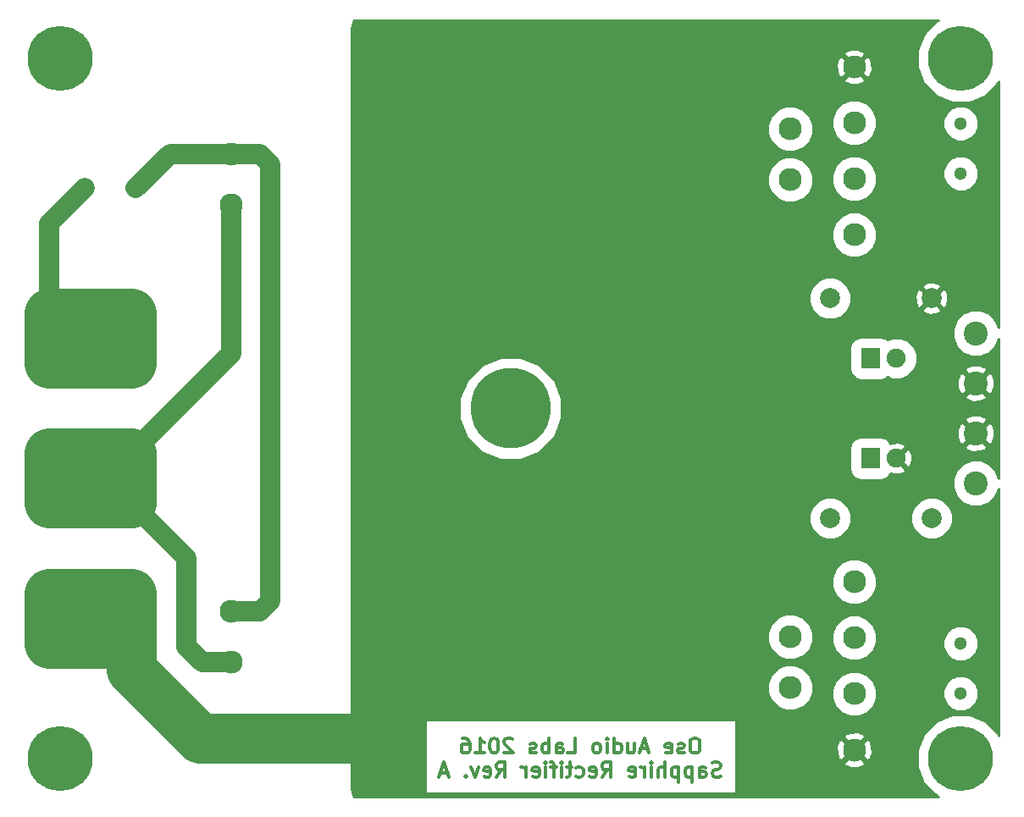
<source format=gbl>
G04 #@! TF.FileFunction,Copper,L2,Bot,Signal*
%FSLAX46Y46*%
G04 Gerber Fmt 4.6, Leading zero omitted, Abs format (unit mm)*
G04 Created by KiCad (PCBNEW 4.0.1-stable) date Saturday, March 12, 2016 'PMt' 11:13:13 PM*
%MOMM*%
G01*
G04 APERTURE LIST*
%ADD10C,0.100000*%
%ADD11C,0.300000*%
%ADD12C,8.000000*%
%ADD13C,2.300000*%
%ADD14C,2.400000*%
%ADD15C,1.800000*%
%ADD16C,1.300000*%
%ADD17C,1.998980*%
%ADD18C,6.500000*%
%ADD19C,1.900000*%
%ADD20R,1.900000X2.000000*%
%ADD21C,5.000000*%
%ADD22C,2.000000*%
%ADD23C,0.254000*%
G04 APERTURE END LIST*
D10*
D11*
X68571428Y-32978571D02*
X68285714Y-32978571D01*
X68142856Y-33050000D01*
X67999999Y-33192857D01*
X67928571Y-33478571D01*
X67928571Y-33978571D01*
X67999999Y-34264286D01*
X68142856Y-34407143D01*
X68285714Y-34478571D01*
X68571428Y-34478571D01*
X68714285Y-34407143D01*
X68857142Y-34264286D01*
X68928571Y-33978571D01*
X68928571Y-33478571D01*
X68857142Y-33192857D01*
X68714285Y-33050000D01*
X68571428Y-32978571D01*
X67357142Y-34407143D02*
X67214285Y-34478571D01*
X66928570Y-34478571D01*
X66785713Y-34407143D01*
X66714285Y-34264286D01*
X66714285Y-34192857D01*
X66785713Y-34050000D01*
X66928570Y-33978571D01*
X67142856Y-33978571D01*
X67285713Y-33907143D01*
X67357142Y-33764286D01*
X67357142Y-33692857D01*
X67285713Y-33550000D01*
X67142856Y-33478571D01*
X66928570Y-33478571D01*
X66785713Y-33550000D01*
X65499999Y-34407143D02*
X65642856Y-34478571D01*
X65928570Y-34478571D01*
X66071427Y-34407143D01*
X66142856Y-34264286D01*
X66142856Y-33692857D01*
X66071427Y-33550000D01*
X65928570Y-33478571D01*
X65642856Y-33478571D01*
X65499999Y-33550000D01*
X65428570Y-33692857D01*
X65428570Y-33835714D01*
X66142856Y-33978571D01*
X63714285Y-34050000D02*
X62999999Y-34050000D01*
X63857142Y-34478571D02*
X63357142Y-32978571D01*
X62857142Y-34478571D01*
X61714285Y-33478571D02*
X61714285Y-34478571D01*
X62357142Y-33478571D02*
X62357142Y-34264286D01*
X62285714Y-34407143D01*
X62142856Y-34478571D01*
X61928571Y-34478571D01*
X61785714Y-34407143D01*
X61714285Y-34335714D01*
X60357142Y-34478571D02*
X60357142Y-32978571D01*
X60357142Y-34407143D02*
X60499999Y-34478571D01*
X60785713Y-34478571D01*
X60928571Y-34407143D01*
X60999999Y-34335714D01*
X61071428Y-34192857D01*
X61071428Y-33764286D01*
X60999999Y-33621429D01*
X60928571Y-33550000D01*
X60785713Y-33478571D01*
X60499999Y-33478571D01*
X60357142Y-33550000D01*
X59642856Y-34478571D02*
X59642856Y-33478571D01*
X59642856Y-32978571D02*
X59714285Y-33050000D01*
X59642856Y-33121429D01*
X59571428Y-33050000D01*
X59642856Y-32978571D01*
X59642856Y-33121429D01*
X58714284Y-34478571D02*
X58857142Y-34407143D01*
X58928570Y-34335714D01*
X58999999Y-34192857D01*
X58999999Y-33764286D01*
X58928570Y-33621429D01*
X58857142Y-33550000D01*
X58714284Y-33478571D01*
X58499999Y-33478571D01*
X58357142Y-33550000D01*
X58285713Y-33621429D01*
X58214284Y-33764286D01*
X58214284Y-34192857D01*
X58285713Y-34335714D01*
X58357142Y-34407143D01*
X58499999Y-34478571D01*
X58714284Y-34478571D01*
X55714284Y-34478571D02*
X56428570Y-34478571D01*
X56428570Y-32978571D01*
X54571427Y-34478571D02*
X54571427Y-33692857D01*
X54642856Y-33550000D01*
X54785713Y-33478571D01*
X55071427Y-33478571D01*
X55214284Y-33550000D01*
X54571427Y-34407143D02*
X54714284Y-34478571D01*
X55071427Y-34478571D01*
X55214284Y-34407143D01*
X55285713Y-34264286D01*
X55285713Y-34121429D01*
X55214284Y-33978571D01*
X55071427Y-33907143D01*
X54714284Y-33907143D01*
X54571427Y-33835714D01*
X53857141Y-34478571D02*
X53857141Y-32978571D01*
X53857141Y-33550000D02*
X53714284Y-33478571D01*
X53428570Y-33478571D01*
X53285713Y-33550000D01*
X53214284Y-33621429D01*
X53142855Y-33764286D01*
X53142855Y-34192857D01*
X53214284Y-34335714D01*
X53285713Y-34407143D01*
X53428570Y-34478571D01*
X53714284Y-34478571D01*
X53857141Y-34407143D01*
X52571427Y-34407143D02*
X52428570Y-34478571D01*
X52142855Y-34478571D01*
X51999998Y-34407143D01*
X51928570Y-34264286D01*
X51928570Y-34192857D01*
X51999998Y-34050000D01*
X52142855Y-33978571D01*
X52357141Y-33978571D01*
X52499998Y-33907143D01*
X52571427Y-33764286D01*
X52571427Y-33692857D01*
X52499998Y-33550000D01*
X52357141Y-33478571D01*
X52142855Y-33478571D01*
X51999998Y-33550000D01*
X50214284Y-33121429D02*
X50142855Y-33050000D01*
X49999998Y-32978571D01*
X49642855Y-32978571D01*
X49499998Y-33050000D01*
X49428569Y-33121429D01*
X49357141Y-33264286D01*
X49357141Y-33407143D01*
X49428569Y-33621429D01*
X50285712Y-34478571D01*
X49357141Y-34478571D01*
X48428570Y-32978571D02*
X48285713Y-32978571D01*
X48142856Y-33050000D01*
X48071427Y-33121429D01*
X47999998Y-33264286D01*
X47928570Y-33550000D01*
X47928570Y-33907143D01*
X47999998Y-34192857D01*
X48071427Y-34335714D01*
X48142856Y-34407143D01*
X48285713Y-34478571D01*
X48428570Y-34478571D01*
X48571427Y-34407143D01*
X48642856Y-34335714D01*
X48714284Y-34192857D01*
X48785713Y-33907143D01*
X48785713Y-33550000D01*
X48714284Y-33264286D01*
X48642856Y-33121429D01*
X48571427Y-33050000D01*
X48428570Y-32978571D01*
X46499999Y-34478571D02*
X47357142Y-34478571D01*
X46928570Y-34478571D02*
X46928570Y-32978571D01*
X47071427Y-33192857D01*
X47214285Y-33335714D01*
X47357142Y-33407143D01*
X45214285Y-32978571D02*
X45499999Y-32978571D01*
X45642856Y-33050000D01*
X45714285Y-33121429D01*
X45857142Y-33335714D01*
X45928571Y-33621429D01*
X45928571Y-34192857D01*
X45857142Y-34335714D01*
X45785714Y-34407143D01*
X45642856Y-34478571D01*
X45357142Y-34478571D01*
X45214285Y-34407143D01*
X45142856Y-34335714D01*
X45071428Y-34192857D01*
X45071428Y-33835714D01*
X45142856Y-33692857D01*
X45214285Y-33621429D01*
X45357142Y-33550000D01*
X45642856Y-33550000D01*
X45785714Y-33621429D01*
X45857142Y-33692857D01*
X45928571Y-33835714D01*
X70999999Y-36807143D02*
X70785713Y-36878571D01*
X70428570Y-36878571D01*
X70285713Y-36807143D01*
X70214284Y-36735714D01*
X70142856Y-36592857D01*
X70142856Y-36450000D01*
X70214284Y-36307143D01*
X70285713Y-36235714D01*
X70428570Y-36164286D01*
X70714284Y-36092857D01*
X70857142Y-36021429D01*
X70928570Y-35950000D01*
X70999999Y-35807143D01*
X70999999Y-35664286D01*
X70928570Y-35521429D01*
X70857142Y-35450000D01*
X70714284Y-35378571D01*
X70357142Y-35378571D01*
X70142856Y-35450000D01*
X68857142Y-36878571D02*
X68857142Y-36092857D01*
X68928571Y-35950000D01*
X69071428Y-35878571D01*
X69357142Y-35878571D01*
X69499999Y-35950000D01*
X68857142Y-36807143D02*
X68999999Y-36878571D01*
X69357142Y-36878571D01*
X69499999Y-36807143D01*
X69571428Y-36664286D01*
X69571428Y-36521429D01*
X69499999Y-36378571D01*
X69357142Y-36307143D01*
X68999999Y-36307143D01*
X68857142Y-36235714D01*
X68142856Y-35878571D02*
X68142856Y-37378571D01*
X68142856Y-35950000D02*
X67999999Y-35878571D01*
X67714285Y-35878571D01*
X67571428Y-35950000D01*
X67499999Y-36021429D01*
X67428570Y-36164286D01*
X67428570Y-36592857D01*
X67499999Y-36735714D01*
X67571428Y-36807143D01*
X67714285Y-36878571D01*
X67999999Y-36878571D01*
X68142856Y-36807143D01*
X66785713Y-35878571D02*
X66785713Y-37378571D01*
X66785713Y-35950000D02*
X66642856Y-35878571D01*
X66357142Y-35878571D01*
X66214285Y-35950000D01*
X66142856Y-36021429D01*
X66071427Y-36164286D01*
X66071427Y-36592857D01*
X66142856Y-36735714D01*
X66214285Y-36807143D01*
X66357142Y-36878571D01*
X66642856Y-36878571D01*
X66785713Y-36807143D01*
X65428570Y-36878571D02*
X65428570Y-35378571D01*
X64785713Y-36878571D02*
X64785713Y-36092857D01*
X64857142Y-35950000D01*
X64999999Y-35878571D01*
X65214284Y-35878571D01*
X65357142Y-35950000D01*
X65428570Y-36021429D01*
X64071427Y-36878571D02*
X64071427Y-35878571D01*
X64071427Y-35378571D02*
X64142856Y-35450000D01*
X64071427Y-35521429D01*
X63999999Y-35450000D01*
X64071427Y-35378571D01*
X64071427Y-35521429D01*
X63357141Y-36878571D02*
X63357141Y-35878571D01*
X63357141Y-36164286D02*
X63285713Y-36021429D01*
X63214284Y-35950000D01*
X63071427Y-35878571D01*
X62928570Y-35878571D01*
X61857142Y-36807143D02*
X61999999Y-36878571D01*
X62285713Y-36878571D01*
X62428570Y-36807143D01*
X62499999Y-36664286D01*
X62499999Y-36092857D01*
X62428570Y-35950000D01*
X62285713Y-35878571D01*
X61999999Y-35878571D01*
X61857142Y-35950000D01*
X61785713Y-36092857D01*
X61785713Y-36235714D01*
X62499999Y-36378571D01*
X59142856Y-36878571D02*
X59642856Y-36164286D01*
X59999999Y-36878571D02*
X59999999Y-35378571D01*
X59428571Y-35378571D01*
X59285713Y-35450000D01*
X59214285Y-35521429D01*
X59142856Y-35664286D01*
X59142856Y-35878571D01*
X59214285Y-36021429D01*
X59285713Y-36092857D01*
X59428571Y-36164286D01*
X59999999Y-36164286D01*
X57928571Y-36807143D02*
X58071428Y-36878571D01*
X58357142Y-36878571D01*
X58499999Y-36807143D01*
X58571428Y-36664286D01*
X58571428Y-36092857D01*
X58499999Y-35950000D01*
X58357142Y-35878571D01*
X58071428Y-35878571D01*
X57928571Y-35950000D01*
X57857142Y-36092857D01*
X57857142Y-36235714D01*
X58571428Y-36378571D01*
X56571428Y-36807143D02*
X56714285Y-36878571D01*
X56999999Y-36878571D01*
X57142857Y-36807143D01*
X57214285Y-36735714D01*
X57285714Y-36592857D01*
X57285714Y-36164286D01*
X57214285Y-36021429D01*
X57142857Y-35950000D01*
X56999999Y-35878571D01*
X56714285Y-35878571D01*
X56571428Y-35950000D01*
X56142857Y-35878571D02*
X55571428Y-35878571D01*
X55928571Y-35378571D02*
X55928571Y-36664286D01*
X55857143Y-36807143D01*
X55714285Y-36878571D01*
X55571428Y-36878571D01*
X55071428Y-36878571D02*
X55071428Y-35878571D01*
X55071428Y-35378571D02*
X55142857Y-35450000D01*
X55071428Y-35521429D01*
X55000000Y-35450000D01*
X55071428Y-35378571D01*
X55071428Y-35521429D01*
X54571428Y-35878571D02*
X53999999Y-35878571D01*
X54357142Y-36878571D02*
X54357142Y-35592857D01*
X54285714Y-35450000D01*
X54142856Y-35378571D01*
X53999999Y-35378571D01*
X53499999Y-36878571D02*
X53499999Y-35878571D01*
X53499999Y-35378571D02*
X53571428Y-35450000D01*
X53499999Y-35521429D01*
X53428571Y-35450000D01*
X53499999Y-35378571D01*
X53499999Y-35521429D01*
X52214285Y-36807143D02*
X52357142Y-36878571D01*
X52642856Y-36878571D01*
X52785713Y-36807143D01*
X52857142Y-36664286D01*
X52857142Y-36092857D01*
X52785713Y-35950000D01*
X52642856Y-35878571D01*
X52357142Y-35878571D01*
X52214285Y-35950000D01*
X52142856Y-36092857D01*
X52142856Y-36235714D01*
X52857142Y-36378571D01*
X51499999Y-36878571D02*
X51499999Y-35878571D01*
X51499999Y-36164286D02*
X51428571Y-36021429D01*
X51357142Y-35950000D01*
X51214285Y-35878571D01*
X51071428Y-35878571D01*
X48571428Y-36878571D02*
X49071428Y-36164286D01*
X49428571Y-36878571D02*
X49428571Y-35378571D01*
X48857143Y-35378571D01*
X48714285Y-35450000D01*
X48642857Y-35521429D01*
X48571428Y-35664286D01*
X48571428Y-35878571D01*
X48642857Y-36021429D01*
X48714285Y-36092857D01*
X48857143Y-36164286D01*
X49428571Y-36164286D01*
X47357143Y-36807143D02*
X47500000Y-36878571D01*
X47785714Y-36878571D01*
X47928571Y-36807143D01*
X48000000Y-36664286D01*
X48000000Y-36092857D01*
X47928571Y-35950000D01*
X47785714Y-35878571D01*
X47500000Y-35878571D01*
X47357143Y-35950000D01*
X47285714Y-36092857D01*
X47285714Y-36235714D01*
X48000000Y-36378571D01*
X46785714Y-35878571D02*
X46428571Y-36878571D01*
X46071429Y-35878571D01*
X45500000Y-36735714D02*
X45428572Y-36807143D01*
X45500000Y-36878571D01*
X45571429Y-36807143D01*
X45500000Y-36735714D01*
X45500000Y-36878571D01*
X43714286Y-36450000D02*
X43000000Y-36450000D01*
X43857143Y-36878571D02*
X43357143Y-35378571D01*
X42857143Y-36878571D01*
D12*
X50000000Y0D03*
D13*
X22060000Y20320000D03*
X22060000Y25400000D03*
X22060000Y-20320000D03*
X22060000Y-25400000D03*
X77940000Y27940000D03*
X77940000Y22860000D03*
X77940000Y-27940000D03*
X77940000Y-22860000D03*
D14*
X96500000Y-7500000D03*
X96500000Y-2500000D03*
X96500000Y2500000D03*
X96500000Y7500000D03*
D15*
X12100000Y9500000D03*
X3900000Y9500000D03*
X12100000Y4500000D03*
X3900000Y4500000D03*
D13*
X84350000Y17350000D03*
X84350000Y22950000D03*
X84350000Y28550000D03*
X84350000Y34150000D03*
X84350000Y-34150000D03*
X84350000Y-28550000D03*
X84350000Y-22950000D03*
X84350000Y-17350000D03*
D16*
X95000000Y28500000D03*
X95000000Y23500000D03*
X95000000Y-23500000D03*
X95000000Y-28500000D03*
D15*
X12100000Y-4500000D03*
X3900000Y-4500000D03*
X12100000Y-9500000D03*
X3900000Y-9500000D03*
X12100000Y-18500000D03*
X3900000Y-18500000D03*
X12100000Y-23500000D03*
X3900000Y-23500000D03*
D17*
X92080000Y11000000D03*
X81920000Y11000000D03*
X92080000Y-11000000D03*
X81920000Y-11000000D03*
D18*
X5000000Y-35000000D03*
X95000000Y-35000000D03*
X5000000Y35000000D03*
X95000000Y35000000D03*
D19*
X7460000Y22000000D03*
X12540000Y22000000D03*
D20*
X86000000Y-5000000D03*
D19*
X88540000Y-5000000D03*
D20*
X86000000Y5000000D03*
D19*
X88540000Y5000000D03*
D21*
X18981812Y-33000000D02*
X36000000Y-33000000D01*
X12100000Y-26118188D02*
X18981812Y-33000000D01*
X12100000Y-23500000D02*
X12100000Y-26118188D01*
X3900000Y-23500000D02*
X12100000Y-23500000D01*
X3900000Y-18500000D02*
X3900000Y-23500000D01*
X12100000Y-18500000D02*
X3900000Y-18500000D01*
X12100000Y-23500000D02*
X12100000Y-18500000D01*
D22*
X12000000Y-23500000D02*
X12100000Y-23500000D01*
X12100000Y-23400000D02*
X12000000Y-23500000D01*
X3900000Y9500000D02*
X3900000Y18440000D01*
X3900000Y18440000D02*
X7460000Y22000000D01*
D21*
X3900000Y4500000D02*
X3900000Y9500000D01*
X12100000Y4500000D02*
X3900000Y4500000D01*
X12100000Y9500000D02*
X12100000Y4500000D01*
X3900000Y9500000D02*
X12100000Y9500000D01*
D22*
X22060000Y-20320000D02*
X24960000Y-20320000D01*
X24960000Y-20320000D02*
X25960001Y-19319999D01*
X25960001Y-19319999D02*
X25960001Y24399999D01*
X25960001Y24399999D02*
X24960000Y25400000D01*
X24960000Y25400000D02*
X22060000Y25400000D01*
X22060000Y25400000D02*
X15940000Y25400000D01*
X15940000Y25400000D02*
X12540000Y22000000D01*
X22060000Y-25400000D02*
X19160000Y-25400000D01*
X19160000Y-25400000D02*
X17600010Y-23840010D01*
X17600010Y-23840010D02*
X17600010Y-15000010D01*
X17600010Y-15000010D02*
X12999999Y-10399999D01*
X12999999Y-10399999D02*
X12100000Y-9500000D01*
X22060000Y20320000D02*
X22060000Y5460000D01*
X22060000Y5460000D02*
X12100000Y-4500000D01*
D21*
X3900000Y-9500000D02*
X3900000Y-4500000D01*
X12100000Y-9500000D02*
X3900000Y-9500000D01*
X12100000Y-4500000D02*
X12100000Y-9500000D01*
X3900000Y-4500000D02*
X12100000Y-4500000D01*
D23*
G36*
X92523868Y38712803D02*
X91291524Y37482608D01*
X90623762Y35874459D01*
X90622242Y34133181D01*
X91287197Y32523868D01*
X92517392Y31291524D01*
X94125541Y30623762D01*
X95866819Y30622242D01*
X97476132Y31287197D01*
X98708476Y32517392D01*
X98798000Y32732990D01*
X98798000Y8031999D01*
X98473885Y8816418D01*
X97819861Y9471585D01*
X96964900Y9826596D01*
X96039162Y9827403D01*
X95183582Y9473885D01*
X94528415Y8819861D01*
X94173404Y7964900D01*
X94172597Y7039162D01*
X94526115Y6183582D01*
X95180139Y5528415D01*
X96035100Y5173404D01*
X96960838Y5172597D01*
X97816418Y5526115D01*
X98471585Y6180139D01*
X98798000Y6966233D01*
X98798000Y-6968001D01*
X98473885Y-6183582D01*
X97819861Y-5528415D01*
X96964900Y-5173404D01*
X96039162Y-5172597D01*
X95183582Y-5526115D01*
X94528415Y-6180139D01*
X94173404Y-7035100D01*
X94172597Y-7960838D01*
X94526115Y-8816418D01*
X95180139Y-9471585D01*
X96035100Y-9826596D01*
X96960838Y-9827403D01*
X97816418Y-9473885D01*
X98471585Y-8819861D01*
X98798000Y-8033767D01*
X98798000Y-32730060D01*
X98712803Y-32523868D01*
X97482608Y-31291524D01*
X95874459Y-30623762D01*
X94133181Y-30622242D01*
X92523868Y-31287197D01*
X91291524Y-32517392D01*
X90623762Y-34125541D01*
X90622242Y-35866819D01*
X91287197Y-37476132D01*
X92517392Y-38708476D01*
X92732990Y-38798000D01*
X34326788Y-38798000D01*
X34271873Y-38715814D01*
X34127000Y-37987491D01*
X34127000Y-31173000D01*
X41437287Y-31173000D01*
X41437287Y-38527000D01*
X72562714Y-38527000D01*
X72562714Y-35411025D01*
X83268581Y-35411025D01*
X83385601Y-35693446D01*
X84049663Y-35945018D01*
X84759448Y-35923314D01*
X85314399Y-35693446D01*
X85431419Y-35411025D01*
X84350000Y-34329605D01*
X83268581Y-35411025D01*
X72562714Y-35411025D01*
X72562714Y-33849663D01*
X82554982Y-33849663D01*
X82576686Y-34559448D01*
X82806554Y-35114399D01*
X83088975Y-35231419D01*
X84170395Y-34150000D01*
X84529605Y-34150000D01*
X85611025Y-35231419D01*
X85893446Y-35114399D01*
X86145018Y-34450337D01*
X86123314Y-33740552D01*
X85893446Y-33185601D01*
X85611025Y-33068581D01*
X84529605Y-34150000D01*
X84170395Y-34150000D01*
X83088975Y-33068581D01*
X82806554Y-33185601D01*
X82554982Y-33849663D01*
X72562714Y-33849663D01*
X72562714Y-32888975D01*
X83268581Y-32888975D01*
X84350000Y-33970395D01*
X85431419Y-32888975D01*
X85314399Y-32606554D01*
X84650337Y-32354982D01*
X83940552Y-32376686D01*
X83385601Y-32606554D01*
X83268581Y-32888975D01*
X72562714Y-32888975D01*
X72562714Y-31173000D01*
X41437287Y-31173000D01*
X34127000Y-31173000D01*
X34127000Y-28390936D01*
X75662606Y-28390936D01*
X76008528Y-29228132D01*
X76648499Y-29869221D01*
X77485090Y-30216604D01*
X78390936Y-30217394D01*
X79228132Y-29871472D01*
X79869221Y-29231501D01*
X79964959Y-29000936D01*
X82072606Y-29000936D01*
X82418528Y-29838132D01*
X83058499Y-30479221D01*
X83895090Y-30826604D01*
X84800936Y-30827394D01*
X85638132Y-30481472D01*
X86279221Y-29841501D01*
X86626604Y-29004910D01*
X86626737Y-28851916D01*
X93222693Y-28851916D01*
X93492655Y-29505274D01*
X93992096Y-30005588D01*
X94644982Y-30276690D01*
X95351916Y-30277307D01*
X96005274Y-30007345D01*
X96505588Y-29507904D01*
X96776690Y-28855018D01*
X96777307Y-28148084D01*
X96507345Y-27494726D01*
X96007904Y-26994412D01*
X95355018Y-26723310D01*
X94648084Y-26722693D01*
X93994726Y-26992655D01*
X93494412Y-27492096D01*
X93223310Y-28144982D01*
X93222693Y-28851916D01*
X86626737Y-28851916D01*
X86627394Y-28099064D01*
X86281472Y-27261868D01*
X85641501Y-26620779D01*
X84804910Y-26273396D01*
X83899064Y-26272606D01*
X83061868Y-26618528D01*
X82420779Y-27258499D01*
X82073396Y-28095090D01*
X82072606Y-29000936D01*
X79964959Y-29000936D01*
X80216604Y-28394910D01*
X80217394Y-27489064D01*
X79871472Y-26651868D01*
X79231501Y-26010779D01*
X78394910Y-25663396D01*
X77489064Y-25662606D01*
X76651868Y-26008528D01*
X76010779Y-26648499D01*
X75663396Y-27485090D01*
X75662606Y-28390936D01*
X34127000Y-28390936D01*
X34127000Y-23310936D01*
X75662606Y-23310936D01*
X76008528Y-24148132D01*
X76648499Y-24789221D01*
X77485090Y-25136604D01*
X78390936Y-25137394D01*
X79228132Y-24791472D01*
X79869221Y-24151501D01*
X80180882Y-23400936D01*
X82072606Y-23400936D01*
X82418528Y-24238132D01*
X83058499Y-24879221D01*
X83895090Y-25226604D01*
X84800936Y-25227394D01*
X85638132Y-24881472D01*
X86279221Y-24241501D01*
X86440990Y-23851916D01*
X93222693Y-23851916D01*
X93492655Y-24505274D01*
X93992096Y-25005588D01*
X94644982Y-25276690D01*
X95351916Y-25277307D01*
X96005274Y-25007345D01*
X96505588Y-24507904D01*
X96776690Y-23855018D01*
X96777307Y-23148084D01*
X96507345Y-22494726D01*
X96007904Y-21994412D01*
X95355018Y-21723310D01*
X94648084Y-21722693D01*
X93994726Y-21992655D01*
X93494412Y-22492096D01*
X93223310Y-23144982D01*
X93222693Y-23851916D01*
X86440990Y-23851916D01*
X86626604Y-23404910D01*
X86627394Y-22499064D01*
X86281472Y-21661868D01*
X85641501Y-21020779D01*
X84804910Y-20673396D01*
X83899064Y-20672606D01*
X83061868Y-21018528D01*
X82420779Y-21658499D01*
X82073396Y-22495090D01*
X82072606Y-23400936D01*
X80180882Y-23400936D01*
X80216604Y-23314910D01*
X80217394Y-22409064D01*
X79871472Y-21571868D01*
X79231501Y-20930779D01*
X78394910Y-20583396D01*
X77489064Y-20582606D01*
X76651868Y-20928528D01*
X76010779Y-21568499D01*
X75663396Y-22405090D01*
X75662606Y-23310936D01*
X34127000Y-23310936D01*
X34127000Y-17800936D01*
X82072606Y-17800936D01*
X82418528Y-18638132D01*
X83058499Y-19279221D01*
X83895090Y-19626604D01*
X84800936Y-19627394D01*
X85638132Y-19281472D01*
X86279221Y-18641501D01*
X86626604Y-17804910D01*
X86627394Y-16899064D01*
X86281472Y-16061868D01*
X85641501Y-15420779D01*
X84804910Y-15073396D01*
X83899064Y-15072606D01*
X83061868Y-15418528D01*
X82420779Y-16058499D01*
X82073396Y-16895090D01*
X82072606Y-17800936D01*
X34127000Y-17800936D01*
X34127000Y-11421129D01*
X79793142Y-11421129D01*
X80116199Y-12202986D01*
X80713868Y-12801699D01*
X81495159Y-13126120D01*
X82341129Y-13126858D01*
X83122986Y-12803801D01*
X83721699Y-12206132D01*
X84046120Y-11424841D01*
X84046123Y-11421129D01*
X89953142Y-11421129D01*
X90276199Y-12202986D01*
X90873868Y-12801699D01*
X91655159Y-13126120D01*
X92501129Y-13126858D01*
X93282986Y-12803801D01*
X93881699Y-12206132D01*
X94206120Y-11424841D01*
X94206858Y-10578871D01*
X93883801Y-9797014D01*
X93286132Y-9198301D01*
X92504841Y-8873880D01*
X91658871Y-8873142D01*
X90877014Y-9196199D01*
X90278301Y-9793868D01*
X89953880Y-10575159D01*
X89953142Y-11421129D01*
X84046123Y-11421129D01*
X84046858Y-10578871D01*
X83723801Y-9797014D01*
X83126132Y-9198301D01*
X82344841Y-8873880D01*
X81498871Y-8873142D01*
X80717014Y-9196199D01*
X80118301Y-9793868D01*
X79793880Y-10575159D01*
X79793142Y-11421129D01*
X34127000Y-11421129D01*
X34127000Y-1015349D01*
X44872112Y-1015349D01*
X45651006Y-2900418D01*
X47091996Y-4343925D01*
X48975703Y-5126108D01*
X51015349Y-5127888D01*
X52900418Y-4348994D01*
X53250021Y-4000000D01*
X83900921Y-4000000D01*
X83900921Y-6000000D01*
X83979506Y-6417641D01*
X84226331Y-6801219D01*
X84602944Y-7058548D01*
X85050000Y-7149079D01*
X86950000Y-7149079D01*
X87367641Y-7070494D01*
X87751219Y-6823669D01*
X87983280Y-6484037D01*
X88287398Y-6596188D01*
X88917461Y-6571352D01*
X89384208Y-6378019D01*
X89476745Y-6116350D01*
X88540000Y-5179605D01*
X88525858Y-5193748D01*
X88346253Y-5014143D01*
X88360395Y-5000000D01*
X88719605Y-5000000D01*
X89656350Y-5936745D01*
X89918019Y-5844208D01*
X90136188Y-5252602D01*
X90111352Y-4622539D01*
X89918019Y-4155792D01*
X89656350Y-4063255D01*
X88719605Y-5000000D01*
X88360395Y-5000000D01*
X88346253Y-4985858D01*
X88525858Y-4806253D01*
X88540000Y-4820395D01*
X89476745Y-3883650D01*
X89446164Y-3797175D01*
X95382430Y-3797175D01*
X95505565Y-4084788D01*
X96187734Y-4344707D01*
X96917443Y-4323786D01*
X97494435Y-4084788D01*
X97617570Y-3797175D01*
X96500000Y-2679605D01*
X95382430Y-3797175D01*
X89446164Y-3797175D01*
X89384208Y-3621981D01*
X88792602Y-3403812D01*
X88162539Y-3428648D01*
X87972292Y-3507451D01*
X87773669Y-3198781D01*
X87397056Y-2941452D01*
X86950000Y-2850921D01*
X85050000Y-2850921D01*
X84632359Y-2929506D01*
X84248781Y-3176331D01*
X83991452Y-3552944D01*
X83900921Y-4000000D01*
X53250021Y-4000000D01*
X54343925Y-2908004D01*
X54643007Y-2187734D01*
X94655293Y-2187734D01*
X94676214Y-2917443D01*
X94915212Y-3494435D01*
X95202825Y-3617570D01*
X96320395Y-2500000D01*
X96679605Y-2500000D01*
X97797175Y-3617570D01*
X98084788Y-3494435D01*
X98344707Y-2812266D01*
X98323786Y-2082557D01*
X98084788Y-1505565D01*
X97797175Y-1382430D01*
X96679605Y-2500000D01*
X96320395Y-2500000D01*
X95202825Y-1382430D01*
X94915212Y-1505565D01*
X94655293Y-2187734D01*
X54643007Y-2187734D01*
X55051976Y-1202825D01*
X95382430Y-1202825D01*
X96500000Y-2320395D01*
X97617570Y-1202825D01*
X97494435Y-915212D01*
X96812266Y-655293D01*
X96082557Y-676214D01*
X95505565Y-915212D01*
X95382430Y-1202825D01*
X55051976Y-1202825D01*
X55126108Y-1024297D01*
X55127888Y1015349D01*
X55050425Y1202825D01*
X95382430Y1202825D01*
X95505565Y915212D01*
X96187734Y655293D01*
X96917443Y676214D01*
X97494435Y915212D01*
X97617570Y1202825D01*
X96500000Y2320395D01*
X95382430Y1202825D01*
X55050425Y1202825D01*
X54385418Y2812266D01*
X94655293Y2812266D01*
X94676214Y2082557D01*
X94915212Y1505565D01*
X95202825Y1382430D01*
X96320395Y2500000D01*
X96679605Y2500000D01*
X97797175Y1382430D01*
X98084788Y1505565D01*
X98344707Y2187734D01*
X98323786Y2917443D01*
X98084788Y3494435D01*
X97797175Y3617570D01*
X96679605Y2500000D01*
X96320395Y2500000D01*
X95202825Y3617570D01*
X94915212Y3494435D01*
X94655293Y2812266D01*
X54385418Y2812266D01*
X54348994Y2900418D01*
X52908004Y4343925D01*
X51024297Y5126108D01*
X48984651Y5127888D01*
X47099582Y4348994D01*
X45656075Y2908004D01*
X44873892Y1024297D01*
X44872112Y-1015349D01*
X34127000Y-1015349D01*
X34127000Y6000000D01*
X83900921Y6000000D01*
X83900921Y4000000D01*
X83979506Y3582359D01*
X84226331Y3198781D01*
X84602944Y2941452D01*
X85050000Y2850921D01*
X86950000Y2850921D01*
X87367641Y2929506D01*
X87658897Y3116924D01*
X88125047Y2923361D01*
X88951328Y2922640D01*
X89714989Y3238178D01*
X90274961Y3797175D01*
X95382430Y3797175D01*
X96500000Y2679605D01*
X97617570Y3797175D01*
X97494435Y4084788D01*
X96812266Y4344707D01*
X96082557Y4323786D01*
X95505565Y4084788D01*
X95382430Y3797175D01*
X90274961Y3797175D01*
X90299768Y3821938D01*
X90616639Y4585047D01*
X90617360Y5411328D01*
X90301822Y6174989D01*
X89718062Y6759768D01*
X88954953Y7076639D01*
X88128672Y7077360D01*
X87655601Y6881891D01*
X87397056Y7058548D01*
X86950000Y7149079D01*
X85050000Y7149079D01*
X84632359Y7070494D01*
X84248781Y6823669D01*
X83991452Y6447056D01*
X83900921Y6000000D01*
X34127000Y6000000D01*
X34127000Y10578871D01*
X79793142Y10578871D01*
X80116199Y9797014D01*
X80713868Y9198301D01*
X81495159Y8873880D01*
X82341129Y8873142D01*
X83122986Y9196199D01*
X83721699Y9793868D01*
X83744108Y9847837D01*
X91107443Y9847837D01*
X91206042Y9581035D01*
X91815582Y9354599D01*
X92465377Y9378659D01*
X92953958Y9581035D01*
X93052557Y9847837D01*
X92080000Y10820395D01*
X91107443Y9847837D01*
X83744108Y9847837D01*
X84046120Y10575159D01*
X84046721Y11264418D01*
X90434599Y11264418D01*
X90458659Y10614623D01*
X90661035Y10126042D01*
X90927837Y10027443D01*
X91900395Y11000000D01*
X92259605Y11000000D01*
X93232163Y10027443D01*
X93498965Y10126042D01*
X93725401Y10735582D01*
X93701341Y11385377D01*
X93498965Y11873958D01*
X93232163Y11972557D01*
X92259605Y11000000D01*
X91900395Y11000000D01*
X90927837Y11972557D01*
X90661035Y11873958D01*
X90434599Y11264418D01*
X84046721Y11264418D01*
X84046858Y11421129D01*
X83744801Y12152163D01*
X91107443Y12152163D01*
X92080000Y11179605D01*
X93052557Y12152163D01*
X92953958Y12418965D01*
X92344418Y12645401D01*
X91694623Y12621341D01*
X91206042Y12418965D01*
X91107443Y12152163D01*
X83744801Y12152163D01*
X83723801Y12202986D01*
X83126132Y12801699D01*
X82344841Y13126120D01*
X81498871Y13126858D01*
X80717014Y12803801D01*
X80118301Y12206132D01*
X79793880Y11424841D01*
X79793142Y10578871D01*
X34127000Y10578871D01*
X34127000Y16899064D01*
X82072606Y16899064D01*
X82418528Y16061868D01*
X83058499Y15420779D01*
X83895090Y15073396D01*
X84800936Y15072606D01*
X85638132Y15418528D01*
X86279221Y16058499D01*
X86626604Y16895090D01*
X86627394Y17800936D01*
X86281472Y18638132D01*
X85641501Y19279221D01*
X84804910Y19626604D01*
X83899064Y19627394D01*
X83061868Y19281472D01*
X82420779Y18641501D01*
X82073396Y17804910D01*
X82072606Y16899064D01*
X34127000Y16899064D01*
X34127000Y22409064D01*
X75662606Y22409064D01*
X76008528Y21571868D01*
X76648499Y20930779D01*
X77485090Y20583396D01*
X78390936Y20582606D01*
X79228132Y20928528D01*
X79869221Y21568499D01*
X80216604Y22405090D01*
X80216685Y22499064D01*
X82072606Y22499064D01*
X82418528Y21661868D01*
X83058499Y21020779D01*
X83895090Y20673396D01*
X84800936Y20672606D01*
X85638132Y21018528D01*
X86279221Y21658499D01*
X86626604Y22495090D01*
X86627173Y23148084D01*
X93222693Y23148084D01*
X93492655Y22494726D01*
X93992096Y21994412D01*
X94644982Y21723310D01*
X95351916Y21722693D01*
X96005274Y21992655D01*
X96505588Y22492096D01*
X96776690Y23144982D01*
X96777307Y23851916D01*
X96507345Y24505274D01*
X96007904Y25005588D01*
X95355018Y25276690D01*
X94648084Y25277307D01*
X93994726Y25007345D01*
X93494412Y24507904D01*
X93223310Y23855018D01*
X93222693Y23148084D01*
X86627173Y23148084D01*
X86627394Y23400936D01*
X86281472Y24238132D01*
X85641501Y24879221D01*
X84804910Y25226604D01*
X83899064Y25227394D01*
X83061868Y24881472D01*
X82420779Y24241501D01*
X82073396Y23404910D01*
X82072606Y22499064D01*
X80216685Y22499064D01*
X80217394Y23310936D01*
X79871472Y24148132D01*
X79231501Y24789221D01*
X78394910Y25136604D01*
X77489064Y25137394D01*
X76651868Y24791472D01*
X76010779Y24151501D01*
X75663396Y23314910D01*
X75662606Y22409064D01*
X34127000Y22409064D01*
X34127000Y27489064D01*
X75662606Y27489064D01*
X76008528Y26651868D01*
X76648499Y26010779D01*
X77485090Y25663396D01*
X78390936Y25662606D01*
X79228132Y26008528D01*
X79869221Y26648499D01*
X80216604Y27485090D01*
X80217139Y28099064D01*
X82072606Y28099064D01*
X82418528Y27261868D01*
X83058499Y26620779D01*
X83895090Y26273396D01*
X84800936Y26272606D01*
X85638132Y26618528D01*
X86279221Y27258499D01*
X86626604Y28095090D01*
X86626650Y28148084D01*
X93222693Y28148084D01*
X93492655Y27494726D01*
X93992096Y26994412D01*
X94644982Y26723310D01*
X95351916Y26722693D01*
X96005274Y26992655D01*
X96505588Y27492096D01*
X96776690Y28144982D01*
X96777307Y28851916D01*
X96507345Y29505274D01*
X96007904Y30005588D01*
X95355018Y30276690D01*
X94648084Y30277307D01*
X93994726Y30007345D01*
X93494412Y29507904D01*
X93223310Y28855018D01*
X93222693Y28148084D01*
X86626650Y28148084D01*
X86627394Y29000936D01*
X86281472Y29838132D01*
X85641501Y30479221D01*
X84804910Y30826604D01*
X83899064Y30827394D01*
X83061868Y30481472D01*
X82420779Y29841501D01*
X82073396Y29004910D01*
X82072606Y28099064D01*
X80217139Y28099064D01*
X80217394Y28390936D01*
X79871472Y29228132D01*
X79231501Y29869221D01*
X78394910Y30216604D01*
X77489064Y30217394D01*
X76651868Y29871472D01*
X76010779Y29231501D01*
X75663396Y28394910D01*
X75662606Y27489064D01*
X34127000Y27489064D01*
X34127000Y32888975D01*
X83268581Y32888975D01*
X83385601Y32606554D01*
X84049663Y32354982D01*
X84759448Y32376686D01*
X85314399Y32606554D01*
X85431419Y32888975D01*
X84350000Y33970395D01*
X83268581Y32888975D01*
X34127000Y32888975D01*
X34127000Y34450337D01*
X82554982Y34450337D01*
X82576686Y33740552D01*
X82806554Y33185601D01*
X83088975Y33068581D01*
X84170395Y34150000D01*
X84529605Y34150000D01*
X85611025Y33068581D01*
X85893446Y33185601D01*
X86145018Y33849663D01*
X86123314Y34559448D01*
X85893446Y35114399D01*
X85611025Y35231419D01*
X84529605Y34150000D01*
X84170395Y34150000D01*
X83088975Y35231419D01*
X82806554Y35114399D01*
X82554982Y34450337D01*
X34127000Y34450337D01*
X34127000Y35411025D01*
X83268581Y35411025D01*
X84350000Y34329605D01*
X85431419Y35411025D01*
X85314399Y35693446D01*
X84650337Y35945018D01*
X83940552Y35923314D01*
X83385601Y35693446D01*
X83268581Y35411025D01*
X34127000Y35411025D01*
X34127000Y37987491D01*
X34271873Y38715814D01*
X34326788Y38798000D01*
X92730060Y38798000D01*
X92523868Y38712803D01*
X92523868Y38712803D01*
G37*
X92523868Y38712803D02*
X91291524Y37482608D01*
X90623762Y35874459D01*
X90622242Y34133181D01*
X91287197Y32523868D01*
X92517392Y31291524D01*
X94125541Y30623762D01*
X95866819Y30622242D01*
X97476132Y31287197D01*
X98708476Y32517392D01*
X98798000Y32732990D01*
X98798000Y8031999D01*
X98473885Y8816418D01*
X97819861Y9471585D01*
X96964900Y9826596D01*
X96039162Y9827403D01*
X95183582Y9473885D01*
X94528415Y8819861D01*
X94173404Y7964900D01*
X94172597Y7039162D01*
X94526115Y6183582D01*
X95180139Y5528415D01*
X96035100Y5173404D01*
X96960838Y5172597D01*
X97816418Y5526115D01*
X98471585Y6180139D01*
X98798000Y6966233D01*
X98798000Y-6968001D01*
X98473885Y-6183582D01*
X97819861Y-5528415D01*
X96964900Y-5173404D01*
X96039162Y-5172597D01*
X95183582Y-5526115D01*
X94528415Y-6180139D01*
X94173404Y-7035100D01*
X94172597Y-7960838D01*
X94526115Y-8816418D01*
X95180139Y-9471585D01*
X96035100Y-9826596D01*
X96960838Y-9827403D01*
X97816418Y-9473885D01*
X98471585Y-8819861D01*
X98798000Y-8033767D01*
X98798000Y-32730060D01*
X98712803Y-32523868D01*
X97482608Y-31291524D01*
X95874459Y-30623762D01*
X94133181Y-30622242D01*
X92523868Y-31287197D01*
X91291524Y-32517392D01*
X90623762Y-34125541D01*
X90622242Y-35866819D01*
X91287197Y-37476132D01*
X92517392Y-38708476D01*
X92732990Y-38798000D01*
X34326788Y-38798000D01*
X34271873Y-38715814D01*
X34127000Y-37987491D01*
X34127000Y-31173000D01*
X41437287Y-31173000D01*
X41437287Y-38527000D01*
X72562714Y-38527000D01*
X72562714Y-35411025D01*
X83268581Y-35411025D01*
X83385601Y-35693446D01*
X84049663Y-35945018D01*
X84759448Y-35923314D01*
X85314399Y-35693446D01*
X85431419Y-35411025D01*
X84350000Y-34329605D01*
X83268581Y-35411025D01*
X72562714Y-35411025D01*
X72562714Y-33849663D01*
X82554982Y-33849663D01*
X82576686Y-34559448D01*
X82806554Y-35114399D01*
X83088975Y-35231419D01*
X84170395Y-34150000D01*
X84529605Y-34150000D01*
X85611025Y-35231419D01*
X85893446Y-35114399D01*
X86145018Y-34450337D01*
X86123314Y-33740552D01*
X85893446Y-33185601D01*
X85611025Y-33068581D01*
X84529605Y-34150000D01*
X84170395Y-34150000D01*
X83088975Y-33068581D01*
X82806554Y-33185601D01*
X82554982Y-33849663D01*
X72562714Y-33849663D01*
X72562714Y-32888975D01*
X83268581Y-32888975D01*
X84350000Y-33970395D01*
X85431419Y-32888975D01*
X85314399Y-32606554D01*
X84650337Y-32354982D01*
X83940552Y-32376686D01*
X83385601Y-32606554D01*
X83268581Y-32888975D01*
X72562714Y-32888975D01*
X72562714Y-31173000D01*
X41437287Y-31173000D01*
X34127000Y-31173000D01*
X34127000Y-28390936D01*
X75662606Y-28390936D01*
X76008528Y-29228132D01*
X76648499Y-29869221D01*
X77485090Y-30216604D01*
X78390936Y-30217394D01*
X79228132Y-29871472D01*
X79869221Y-29231501D01*
X79964959Y-29000936D01*
X82072606Y-29000936D01*
X82418528Y-29838132D01*
X83058499Y-30479221D01*
X83895090Y-30826604D01*
X84800936Y-30827394D01*
X85638132Y-30481472D01*
X86279221Y-29841501D01*
X86626604Y-29004910D01*
X86626737Y-28851916D01*
X93222693Y-28851916D01*
X93492655Y-29505274D01*
X93992096Y-30005588D01*
X94644982Y-30276690D01*
X95351916Y-30277307D01*
X96005274Y-30007345D01*
X96505588Y-29507904D01*
X96776690Y-28855018D01*
X96777307Y-28148084D01*
X96507345Y-27494726D01*
X96007904Y-26994412D01*
X95355018Y-26723310D01*
X94648084Y-26722693D01*
X93994726Y-26992655D01*
X93494412Y-27492096D01*
X93223310Y-28144982D01*
X93222693Y-28851916D01*
X86626737Y-28851916D01*
X86627394Y-28099064D01*
X86281472Y-27261868D01*
X85641501Y-26620779D01*
X84804910Y-26273396D01*
X83899064Y-26272606D01*
X83061868Y-26618528D01*
X82420779Y-27258499D01*
X82073396Y-28095090D01*
X82072606Y-29000936D01*
X79964959Y-29000936D01*
X80216604Y-28394910D01*
X80217394Y-27489064D01*
X79871472Y-26651868D01*
X79231501Y-26010779D01*
X78394910Y-25663396D01*
X77489064Y-25662606D01*
X76651868Y-26008528D01*
X76010779Y-26648499D01*
X75663396Y-27485090D01*
X75662606Y-28390936D01*
X34127000Y-28390936D01*
X34127000Y-23310936D01*
X75662606Y-23310936D01*
X76008528Y-24148132D01*
X76648499Y-24789221D01*
X77485090Y-25136604D01*
X78390936Y-25137394D01*
X79228132Y-24791472D01*
X79869221Y-24151501D01*
X80180882Y-23400936D01*
X82072606Y-23400936D01*
X82418528Y-24238132D01*
X83058499Y-24879221D01*
X83895090Y-25226604D01*
X84800936Y-25227394D01*
X85638132Y-24881472D01*
X86279221Y-24241501D01*
X86440990Y-23851916D01*
X93222693Y-23851916D01*
X93492655Y-24505274D01*
X93992096Y-25005588D01*
X94644982Y-25276690D01*
X95351916Y-25277307D01*
X96005274Y-25007345D01*
X96505588Y-24507904D01*
X96776690Y-23855018D01*
X96777307Y-23148084D01*
X96507345Y-22494726D01*
X96007904Y-21994412D01*
X95355018Y-21723310D01*
X94648084Y-21722693D01*
X93994726Y-21992655D01*
X93494412Y-22492096D01*
X93223310Y-23144982D01*
X93222693Y-23851916D01*
X86440990Y-23851916D01*
X86626604Y-23404910D01*
X86627394Y-22499064D01*
X86281472Y-21661868D01*
X85641501Y-21020779D01*
X84804910Y-20673396D01*
X83899064Y-20672606D01*
X83061868Y-21018528D01*
X82420779Y-21658499D01*
X82073396Y-22495090D01*
X82072606Y-23400936D01*
X80180882Y-23400936D01*
X80216604Y-23314910D01*
X80217394Y-22409064D01*
X79871472Y-21571868D01*
X79231501Y-20930779D01*
X78394910Y-20583396D01*
X77489064Y-20582606D01*
X76651868Y-20928528D01*
X76010779Y-21568499D01*
X75663396Y-22405090D01*
X75662606Y-23310936D01*
X34127000Y-23310936D01*
X34127000Y-17800936D01*
X82072606Y-17800936D01*
X82418528Y-18638132D01*
X83058499Y-19279221D01*
X83895090Y-19626604D01*
X84800936Y-19627394D01*
X85638132Y-19281472D01*
X86279221Y-18641501D01*
X86626604Y-17804910D01*
X86627394Y-16899064D01*
X86281472Y-16061868D01*
X85641501Y-15420779D01*
X84804910Y-15073396D01*
X83899064Y-15072606D01*
X83061868Y-15418528D01*
X82420779Y-16058499D01*
X82073396Y-16895090D01*
X82072606Y-17800936D01*
X34127000Y-17800936D01*
X34127000Y-11421129D01*
X79793142Y-11421129D01*
X80116199Y-12202986D01*
X80713868Y-12801699D01*
X81495159Y-13126120D01*
X82341129Y-13126858D01*
X83122986Y-12803801D01*
X83721699Y-12206132D01*
X84046120Y-11424841D01*
X84046123Y-11421129D01*
X89953142Y-11421129D01*
X90276199Y-12202986D01*
X90873868Y-12801699D01*
X91655159Y-13126120D01*
X92501129Y-13126858D01*
X93282986Y-12803801D01*
X93881699Y-12206132D01*
X94206120Y-11424841D01*
X94206858Y-10578871D01*
X93883801Y-9797014D01*
X93286132Y-9198301D01*
X92504841Y-8873880D01*
X91658871Y-8873142D01*
X90877014Y-9196199D01*
X90278301Y-9793868D01*
X89953880Y-10575159D01*
X89953142Y-11421129D01*
X84046123Y-11421129D01*
X84046858Y-10578871D01*
X83723801Y-9797014D01*
X83126132Y-9198301D01*
X82344841Y-8873880D01*
X81498871Y-8873142D01*
X80717014Y-9196199D01*
X80118301Y-9793868D01*
X79793880Y-10575159D01*
X79793142Y-11421129D01*
X34127000Y-11421129D01*
X34127000Y-1015349D01*
X44872112Y-1015349D01*
X45651006Y-2900418D01*
X47091996Y-4343925D01*
X48975703Y-5126108D01*
X51015349Y-5127888D01*
X52900418Y-4348994D01*
X53250021Y-4000000D01*
X83900921Y-4000000D01*
X83900921Y-6000000D01*
X83979506Y-6417641D01*
X84226331Y-6801219D01*
X84602944Y-7058548D01*
X85050000Y-7149079D01*
X86950000Y-7149079D01*
X87367641Y-7070494D01*
X87751219Y-6823669D01*
X87983280Y-6484037D01*
X88287398Y-6596188D01*
X88917461Y-6571352D01*
X89384208Y-6378019D01*
X89476745Y-6116350D01*
X88540000Y-5179605D01*
X88525858Y-5193748D01*
X88346253Y-5014143D01*
X88360395Y-5000000D01*
X88719605Y-5000000D01*
X89656350Y-5936745D01*
X89918019Y-5844208D01*
X90136188Y-5252602D01*
X90111352Y-4622539D01*
X89918019Y-4155792D01*
X89656350Y-4063255D01*
X88719605Y-5000000D01*
X88360395Y-5000000D01*
X88346253Y-4985858D01*
X88525858Y-4806253D01*
X88540000Y-4820395D01*
X89476745Y-3883650D01*
X89446164Y-3797175D01*
X95382430Y-3797175D01*
X95505565Y-4084788D01*
X96187734Y-4344707D01*
X96917443Y-4323786D01*
X97494435Y-4084788D01*
X97617570Y-3797175D01*
X96500000Y-2679605D01*
X95382430Y-3797175D01*
X89446164Y-3797175D01*
X89384208Y-3621981D01*
X88792602Y-3403812D01*
X88162539Y-3428648D01*
X87972292Y-3507451D01*
X87773669Y-3198781D01*
X87397056Y-2941452D01*
X86950000Y-2850921D01*
X85050000Y-2850921D01*
X84632359Y-2929506D01*
X84248781Y-3176331D01*
X83991452Y-3552944D01*
X83900921Y-4000000D01*
X53250021Y-4000000D01*
X54343925Y-2908004D01*
X54643007Y-2187734D01*
X94655293Y-2187734D01*
X94676214Y-2917443D01*
X94915212Y-3494435D01*
X95202825Y-3617570D01*
X96320395Y-2500000D01*
X96679605Y-2500000D01*
X97797175Y-3617570D01*
X98084788Y-3494435D01*
X98344707Y-2812266D01*
X98323786Y-2082557D01*
X98084788Y-1505565D01*
X97797175Y-1382430D01*
X96679605Y-2500000D01*
X96320395Y-2500000D01*
X95202825Y-1382430D01*
X94915212Y-1505565D01*
X94655293Y-2187734D01*
X54643007Y-2187734D01*
X55051976Y-1202825D01*
X95382430Y-1202825D01*
X96500000Y-2320395D01*
X97617570Y-1202825D01*
X97494435Y-915212D01*
X96812266Y-655293D01*
X96082557Y-676214D01*
X95505565Y-915212D01*
X95382430Y-1202825D01*
X55051976Y-1202825D01*
X55126108Y-1024297D01*
X55127888Y1015349D01*
X55050425Y1202825D01*
X95382430Y1202825D01*
X95505565Y915212D01*
X96187734Y655293D01*
X96917443Y676214D01*
X97494435Y915212D01*
X97617570Y1202825D01*
X96500000Y2320395D01*
X95382430Y1202825D01*
X55050425Y1202825D01*
X54385418Y2812266D01*
X94655293Y2812266D01*
X94676214Y2082557D01*
X94915212Y1505565D01*
X95202825Y1382430D01*
X96320395Y2500000D01*
X96679605Y2500000D01*
X97797175Y1382430D01*
X98084788Y1505565D01*
X98344707Y2187734D01*
X98323786Y2917443D01*
X98084788Y3494435D01*
X97797175Y3617570D01*
X96679605Y2500000D01*
X96320395Y2500000D01*
X95202825Y3617570D01*
X94915212Y3494435D01*
X94655293Y2812266D01*
X54385418Y2812266D01*
X54348994Y2900418D01*
X52908004Y4343925D01*
X51024297Y5126108D01*
X48984651Y5127888D01*
X47099582Y4348994D01*
X45656075Y2908004D01*
X44873892Y1024297D01*
X44872112Y-1015349D01*
X34127000Y-1015349D01*
X34127000Y6000000D01*
X83900921Y6000000D01*
X83900921Y4000000D01*
X83979506Y3582359D01*
X84226331Y3198781D01*
X84602944Y2941452D01*
X85050000Y2850921D01*
X86950000Y2850921D01*
X87367641Y2929506D01*
X87658897Y3116924D01*
X88125047Y2923361D01*
X88951328Y2922640D01*
X89714989Y3238178D01*
X90274961Y3797175D01*
X95382430Y3797175D01*
X96500000Y2679605D01*
X97617570Y3797175D01*
X97494435Y4084788D01*
X96812266Y4344707D01*
X96082557Y4323786D01*
X95505565Y4084788D01*
X95382430Y3797175D01*
X90274961Y3797175D01*
X90299768Y3821938D01*
X90616639Y4585047D01*
X90617360Y5411328D01*
X90301822Y6174989D01*
X89718062Y6759768D01*
X88954953Y7076639D01*
X88128672Y7077360D01*
X87655601Y6881891D01*
X87397056Y7058548D01*
X86950000Y7149079D01*
X85050000Y7149079D01*
X84632359Y7070494D01*
X84248781Y6823669D01*
X83991452Y6447056D01*
X83900921Y6000000D01*
X34127000Y6000000D01*
X34127000Y10578871D01*
X79793142Y10578871D01*
X80116199Y9797014D01*
X80713868Y9198301D01*
X81495159Y8873880D01*
X82341129Y8873142D01*
X83122986Y9196199D01*
X83721699Y9793868D01*
X83744108Y9847837D01*
X91107443Y9847837D01*
X91206042Y9581035D01*
X91815582Y9354599D01*
X92465377Y9378659D01*
X92953958Y9581035D01*
X93052557Y9847837D01*
X92080000Y10820395D01*
X91107443Y9847837D01*
X83744108Y9847837D01*
X84046120Y10575159D01*
X84046721Y11264418D01*
X90434599Y11264418D01*
X90458659Y10614623D01*
X90661035Y10126042D01*
X90927837Y10027443D01*
X91900395Y11000000D01*
X92259605Y11000000D01*
X93232163Y10027443D01*
X93498965Y10126042D01*
X93725401Y10735582D01*
X93701341Y11385377D01*
X93498965Y11873958D01*
X93232163Y11972557D01*
X92259605Y11000000D01*
X91900395Y11000000D01*
X90927837Y11972557D01*
X90661035Y11873958D01*
X90434599Y11264418D01*
X84046721Y11264418D01*
X84046858Y11421129D01*
X83744801Y12152163D01*
X91107443Y12152163D01*
X92080000Y11179605D01*
X93052557Y12152163D01*
X92953958Y12418965D01*
X92344418Y12645401D01*
X91694623Y12621341D01*
X91206042Y12418965D01*
X91107443Y12152163D01*
X83744801Y12152163D01*
X83723801Y12202986D01*
X83126132Y12801699D01*
X82344841Y13126120D01*
X81498871Y13126858D01*
X80717014Y12803801D01*
X80118301Y12206132D01*
X79793880Y11424841D01*
X79793142Y10578871D01*
X34127000Y10578871D01*
X34127000Y16899064D01*
X82072606Y16899064D01*
X82418528Y16061868D01*
X83058499Y15420779D01*
X83895090Y15073396D01*
X84800936Y15072606D01*
X85638132Y15418528D01*
X86279221Y16058499D01*
X86626604Y16895090D01*
X86627394Y17800936D01*
X86281472Y18638132D01*
X85641501Y19279221D01*
X84804910Y19626604D01*
X83899064Y19627394D01*
X83061868Y19281472D01*
X82420779Y18641501D01*
X82073396Y17804910D01*
X82072606Y16899064D01*
X34127000Y16899064D01*
X34127000Y22409064D01*
X75662606Y22409064D01*
X76008528Y21571868D01*
X76648499Y20930779D01*
X77485090Y20583396D01*
X78390936Y20582606D01*
X79228132Y20928528D01*
X79869221Y21568499D01*
X80216604Y22405090D01*
X80216685Y22499064D01*
X82072606Y22499064D01*
X82418528Y21661868D01*
X83058499Y21020779D01*
X83895090Y20673396D01*
X84800936Y20672606D01*
X85638132Y21018528D01*
X86279221Y21658499D01*
X86626604Y22495090D01*
X86627173Y23148084D01*
X93222693Y23148084D01*
X93492655Y22494726D01*
X93992096Y21994412D01*
X94644982Y21723310D01*
X95351916Y21722693D01*
X96005274Y21992655D01*
X96505588Y22492096D01*
X96776690Y23144982D01*
X96777307Y23851916D01*
X96507345Y24505274D01*
X96007904Y25005588D01*
X95355018Y25276690D01*
X94648084Y25277307D01*
X93994726Y25007345D01*
X93494412Y24507904D01*
X93223310Y23855018D01*
X93222693Y23148084D01*
X86627173Y23148084D01*
X86627394Y23400936D01*
X86281472Y24238132D01*
X85641501Y24879221D01*
X84804910Y25226604D01*
X83899064Y25227394D01*
X83061868Y24881472D01*
X82420779Y24241501D01*
X82073396Y23404910D01*
X82072606Y22499064D01*
X80216685Y22499064D01*
X80217394Y23310936D01*
X79871472Y24148132D01*
X79231501Y24789221D01*
X78394910Y25136604D01*
X77489064Y25137394D01*
X76651868Y24791472D01*
X76010779Y24151501D01*
X75663396Y23314910D01*
X75662606Y22409064D01*
X34127000Y22409064D01*
X34127000Y27489064D01*
X75662606Y27489064D01*
X76008528Y26651868D01*
X76648499Y26010779D01*
X77485090Y25663396D01*
X78390936Y25662606D01*
X79228132Y26008528D01*
X79869221Y26648499D01*
X80216604Y27485090D01*
X80217139Y28099064D01*
X82072606Y28099064D01*
X82418528Y27261868D01*
X83058499Y26620779D01*
X83895090Y26273396D01*
X84800936Y26272606D01*
X85638132Y26618528D01*
X86279221Y27258499D01*
X86626604Y28095090D01*
X86626650Y28148084D01*
X93222693Y28148084D01*
X93492655Y27494726D01*
X93992096Y26994412D01*
X94644982Y26723310D01*
X95351916Y26722693D01*
X96005274Y26992655D01*
X96505588Y27492096D01*
X96776690Y28144982D01*
X96777307Y28851916D01*
X96507345Y29505274D01*
X96007904Y30005588D01*
X95355018Y30276690D01*
X94648084Y30277307D01*
X93994726Y30007345D01*
X93494412Y29507904D01*
X93223310Y28855018D01*
X93222693Y28148084D01*
X86626650Y28148084D01*
X86627394Y29000936D01*
X86281472Y29838132D01*
X85641501Y30479221D01*
X84804910Y30826604D01*
X83899064Y30827394D01*
X83061868Y30481472D01*
X82420779Y29841501D01*
X82073396Y29004910D01*
X82072606Y28099064D01*
X80217139Y28099064D01*
X80217394Y28390936D01*
X79871472Y29228132D01*
X79231501Y29869221D01*
X78394910Y30216604D01*
X77489064Y30217394D01*
X76651868Y29871472D01*
X76010779Y29231501D01*
X75663396Y28394910D01*
X75662606Y27489064D01*
X34127000Y27489064D01*
X34127000Y32888975D01*
X83268581Y32888975D01*
X83385601Y32606554D01*
X84049663Y32354982D01*
X84759448Y32376686D01*
X85314399Y32606554D01*
X85431419Y32888975D01*
X84350000Y33970395D01*
X83268581Y32888975D01*
X34127000Y32888975D01*
X34127000Y34450337D01*
X82554982Y34450337D01*
X82576686Y33740552D01*
X82806554Y33185601D01*
X83088975Y33068581D01*
X84170395Y34150000D01*
X84529605Y34150000D01*
X85611025Y33068581D01*
X85893446Y33185601D01*
X86145018Y33849663D01*
X86123314Y34559448D01*
X85893446Y35114399D01*
X85611025Y35231419D01*
X84529605Y34150000D01*
X84170395Y34150000D01*
X83088975Y35231419D01*
X82806554Y35114399D01*
X82554982Y34450337D01*
X34127000Y34450337D01*
X34127000Y35411025D01*
X83268581Y35411025D01*
X84350000Y34329605D01*
X85431419Y35411025D01*
X85314399Y35693446D01*
X84650337Y35945018D01*
X83940552Y35923314D01*
X83385601Y35693446D01*
X83268581Y35411025D01*
X34127000Y35411025D01*
X34127000Y37987491D01*
X34271873Y38715814D01*
X34326788Y38798000D01*
X92730060Y38798000D01*
X92523868Y38712803D01*
M02*

</source>
